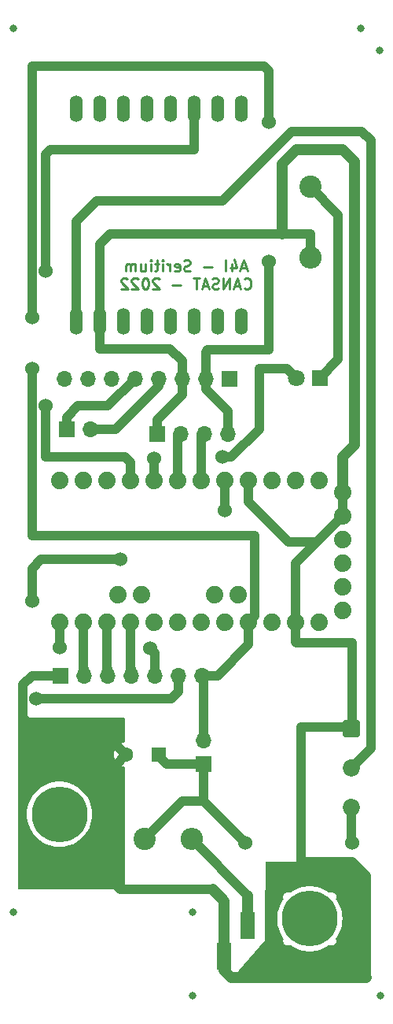
<source format=gbr>
%TF.GenerationSoftware,KiCad,Pcbnew,6.0.4-6f826c9f35~116~ubuntu20.04.1*%
%TF.CreationDate,2022-04-02T12:26:26+02:00*%
%TF.ProjectId,placaCANSAT_V3_GIRADA,706c6163-6143-4414-9e53-41545f56335f,rev?*%
%TF.SameCoordinates,Original*%
%TF.FileFunction,Copper,L2,Bot*%
%TF.FilePolarity,Positive*%
%FSLAX46Y46*%
G04 Gerber Fmt 4.6, Leading zero omitted, Abs format (unit mm)*
G04 Created by KiCad (PCBNEW 6.0.4-6f826c9f35~116~ubuntu20.04.1) date 2022-04-02 12:26:26*
%MOMM*%
%LPD*%
G01*
G04 APERTURE LIST*
G04 Aperture macros list*
%AMRoundRect*
0 Rectangle with rounded corners*
0 $1 Rounding radius*
0 $2 $3 $4 $5 $6 $7 $8 $9 X,Y pos of 4 corners*
0 Add a 4 corners polygon primitive as box body*
4,1,4,$2,$3,$4,$5,$6,$7,$8,$9,$2,$3,0*
0 Add four circle primitives for the rounded corners*
1,1,$1+$1,$2,$3*
1,1,$1+$1,$4,$5*
1,1,$1+$1,$6,$7*
1,1,$1+$1,$8,$9*
0 Add four rect primitives between the rounded corners*
20,1,$1+$1,$2,$3,$4,$5,0*
20,1,$1+$1,$4,$5,$6,$7,0*
20,1,$1+$1,$6,$7,$8,$9,0*
20,1,$1+$1,$8,$9,$2,$3,0*%
G04 Aperture macros list end*
%ADD10C,0.250000*%
%TA.AperFunction,NonConductor*%
%ADD11C,0.250000*%
%TD*%
%TA.AperFunction,ComponentPad*%
%ADD12R,1.800000X1.800000*%
%TD*%
%TA.AperFunction,ComponentPad*%
%ADD13C,1.800000*%
%TD*%
%TA.AperFunction,ComponentPad*%
%ADD14R,1.700000X1.700000*%
%TD*%
%TA.AperFunction,ComponentPad*%
%ADD15O,1.700000X1.700000*%
%TD*%
%TA.AperFunction,ComponentPad*%
%ADD16O,1.422400X2.844800*%
%TD*%
%TA.AperFunction,ComponentPad*%
%ADD17C,2.400000*%
%TD*%
%TA.AperFunction,ComponentPad*%
%ADD18O,2.400000X2.400000*%
%TD*%
%TA.AperFunction,ComponentPad*%
%ADD19R,1.600000X1.600000*%
%TD*%
%TA.AperFunction,ComponentPad*%
%ADD20C,1.600000*%
%TD*%
%TA.AperFunction,SMDPad,CuDef*%
%ADD21R,1.500000X3.000000*%
%TD*%
%TA.AperFunction,ComponentPad*%
%ADD22C,1.879600*%
%TD*%
%TA.AperFunction,ComponentPad*%
%ADD23RoundRect,0.250000X-0.675000X0.675000X-0.675000X-0.675000X0.675000X-0.675000X0.675000X0.675000X0*%
%TD*%
%TA.AperFunction,ComponentPad*%
%ADD24C,1.850000*%
%TD*%
%TA.AperFunction,ViaPad*%
%ADD25C,0.800000*%
%TD*%
%TA.AperFunction,ViaPad*%
%ADD26C,6.000000*%
%TD*%
%TA.AperFunction,ViaPad*%
%ADD27C,1.524000*%
%TD*%
%TA.AperFunction,Conductor*%
%ADD28C,1.200000*%
%TD*%
%TA.AperFunction,Conductor*%
%ADD29C,1.000000*%
%TD*%
G04 APERTURE END LIST*
D10*
D11*
X25112866Y-25765657D02*
X24541438Y-25765657D01*
X25227152Y-26108514D02*
X24827152Y-24908514D01*
X24427152Y-26108514D01*
X23512866Y-25308514D02*
X23512866Y-26108514D01*
X23798581Y-24851371D02*
X24084295Y-25708514D01*
X23341438Y-25708514D01*
X22884295Y-26108514D02*
X22884295Y-24908514D01*
X21398581Y-25651371D02*
X20484295Y-25651371D01*
X19055723Y-26051371D02*
X18884295Y-26108514D01*
X18598581Y-26108514D01*
X18484295Y-26051371D01*
X18427152Y-25994228D01*
X18370009Y-25879942D01*
X18370009Y-25765657D01*
X18427152Y-25651371D01*
X18484295Y-25594228D01*
X18598581Y-25537085D01*
X18827152Y-25479942D01*
X18941438Y-25422799D01*
X18998581Y-25365657D01*
X19055723Y-25251371D01*
X19055723Y-25137085D01*
X18998581Y-25022799D01*
X18941438Y-24965657D01*
X18827152Y-24908514D01*
X18541438Y-24908514D01*
X18370009Y-24965657D01*
X17398581Y-26051371D02*
X17512866Y-26108514D01*
X17741438Y-26108514D01*
X17855723Y-26051371D01*
X17912866Y-25937085D01*
X17912866Y-25479942D01*
X17855723Y-25365657D01*
X17741438Y-25308514D01*
X17512866Y-25308514D01*
X17398581Y-25365657D01*
X17341438Y-25479942D01*
X17341438Y-25594228D01*
X17912866Y-25708514D01*
X16827152Y-26108514D02*
X16827152Y-25308514D01*
X16827152Y-25537085D02*
X16770009Y-25422799D01*
X16712866Y-25365657D01*
X16598581Y-25308514D01*
X16484295Y-25308514D01*
X16084295Y-26108514D02*
X16084295Y-25308514D01*
X16084295Y-24908514D02*
X16141438Y-24965657D01*
X16084295Y-25022799D01*
X16027152Y-24965657D01*
X16084295Y-24908514D01*
X16084295Y-25022799D01*
X15684295Y-25308514D02*
X15227152Y-25308514D01*
X15512866Y-24908514D02*
X15512866Y-25937085D01*
X15455723Y-26051371D01*
X15341438Y-26108514D01*
X15227152Y-26108514D01*
X14827152Y-26108514D02*
X14827152Y-25308514D01*
X14827152Y-24908514D02*
X14884295Y-24965657D01*
X14827152Y-25022799D01*
X14770009Y-24965657D01*
X14827152Y-24908514D01*
X14827152Y-25022799D01*
X13741438Y-25308514D02*
X13741438Y-26108514D01*
X14255723Y-25308514D02*
X14255723Y-25937085D01*
X14198581Y-26051371D01*
X14084295Y-26108514D01*
X13912866Y-26108514D01*
X13798581Y-26051371D01*
X13741438Y-25994228D01*
X13170009Y-26108514D02*
X13170009Y-25308514D01*
X13170009Y-25422799D02*
X13112866Y-25365657D01*
X12998581Y-25308514D01*
X12827152Y-25308514D01*
X12712866Y-25365657D01*
X12655723Y-25479942D01*
X12655723Y-26108514D01*
X12655723Y-25479942D02*
X12598581Y-25365657D01*
X12484295Y-25308514D01*
X12312866Y-25308514D01*
X12198581Y-25365657D01*
X12141438Y-25479942D01*
X12141438Y-26108514D01*
X24855723Y-27926228D02*
X24912866Y-27983371D01*
X25084295Y-28040514D01*
X25198581Y-28040514D01*
X25370009Y-27983371D01*
X25484295Y-27869085D01*
X25541438Y-27754799D01*
X25598581Y-27526228D01*
X25598581Y-27354799D01*
X25541438Y-27126228D01*
X25484295Y-27011942D01*
X25370009Y-26897657D01*
X25198581Y-26840514D01*
X25084295Y-26840514D01*
X24912866Y-26897657D01*
X24855723Y-26954799D01*
X24398581Y-27697657D02*
X23827152Y-27697657D01*
X24512866Y-28040514D02*
X24112866Y-26840514D01*
X23712866Y-28040514D01*
X23312866Y-28040514D02*
X23312866Y-26840514D01*
X22627152Y-28040514D01*
X22627152Y-26840514D01*
X22112866Y-27983371D02*
X21941438Y-28040514D01*
X21655723Y-28040514D01*
X21541438Y-27983371D01*
X21484295Y-27926228D01*
X21427152Y-27811942D01*
X21427152Y-27697657D01*
X21484295Y-27583371D01*
X21541438Y-27526228D01*
X21655723Y-27469085D01*
X21884295Y-27411942D01*
X21998581Y-27354799D01*
X22055723Y-27297657D01*
X22112866Y-27183371D01*
X22112866Y-27069085D01*
X22055723Y-26954799D01*
X21998581Y-26897657D01*
X21884295Y-26840514D01*
X21598581Y-26840514D01*
X21427152Y-26897657D01*
X20970009Y-27697657D02*
X20398581Y-27697657D01*
X21084295Y-28040514D02*
X20684295Y-26840514D01*
X20284295Y-28040514D01*
X20055723Y-26840514D02*
X19370009Y-26840514D01*
X19712866Y-28040514D02*
X19712866Y-26840514D01*
X18055723Y-27583371D02*
X17141438Y-27583371D01*
X15712866Y-26954799D02*
X15655723Y-26897657D01*
X15541438Y-26840514D01*
X15255723Y-26840514D01*
X15141438Y-26897657D01*
X15084295Y-26954799D01*
X15027152Y-27069085D01*
X15027152Y-27183371D01*
X15084295Y-27354799D01*
X15770009Y-28040514D01*
X15027152Y-28040514D01*
X14284295Y-26840514D02*
X14170009Y-26840514D01*
X14055723Y-26897657D01*
X13998581Y-26954799D01*
X13941438Y-27069085D01*
X13884295Y-27297657D01*
X13884295Y-27583371D01*
X13941438Y-27811942D01*
X13998581Y-27926228D01*
X14055723Y-27983371D01*
X14170009Y-28040514D01*
X14284295Y-28040514D01*
X14398581Y-27983371D01*
X14455723Y-27926228D01*
X14512866Y-27811942D01*
X14570009Y-27583371D01*
X14570009Y-27297657D01*
X14512866Y-27069085D01*
X14455723Y-26954799D01*
X14398581Y-26897657D01*
X14284295Y-26840514D01*
X13427152Y-26954799D02*
X13370009Y-26897657D01*
X13255723Y-26840514D01*
X12970009Y-26840514D01*
X12855723Y-26897657D01*
X12798581Y-26954799D01*
X12741438Y-27069085D01*
X12741438Y-27183371D01*
X12798581Y-27354799D01*
X13484295Y-28040514D01*
X12741438Y-28040514D01*
X12284295Y-26954799D02*
X12227152Y-26897657D01*
X12112866Y-26840514D01*
X11827152Y-26840514D01*
X11712866Y-26897657D01*
X11655723Y-26954799D01*
X11598581Y-27069085D01*
X11598581Y-27183371D01*
X11655723Y-27354799D01*
X12341438Y-28040514D01*
X11598581Y-28040514D01*
D12*
%TO.P,D1,1,K*%
%TO.N,Net-(D1-Pad1)*%
X32997312Y-37568536D03*
D13*
%TO.P,D1,2,A*%
%TO.N,/LED*%
X30457312Y-37568536D03*
%TD*%
D14*
%TO.P,JP1,1,A*%
%TO.N,Net-(C1-Pad1)*%
X20497312Y-79068536D03*
D15*
%TO.P,JP1,2,B*%
%TO.N,3.3V*%
X20497312Y-76528536D03*
%TD*%
D16*
%TO.P,U2,P$1,5V*%
%TO.N,5V*%
X6816333Y-31528711D03*
%TO.P,U2,P$2,GND*%
%TO.N,GND*%
X9356333Y-31528711D03*
%TO.P,U2,P$3,IO12*%
%TO.N,unconnected-(U2-PadP$3)*%
X11896333Y-31528711D03*
%TO.P,U2,P$4,IO13*%
%TO.N,unconnected-(U2-PadP$4)*%
X14436333Y-31528711D03*
%TO.P,U2,P$5,IO15*%
%TO.N,unconnected-(U2-PadP$5)*%
X16976333Y-31528711D03*
%TO.P,U2,P$6,IO14*%
%TO.N,unconnected-(U2-PadP$6)*%
X19516333Y-31528711D03*
%TO.P,U2,P$7,IO2*%
%TO.N,unconnected-(U2-PadP$7)*%
X22056333Y-31528711D03*
%TO.P,U2,P$8,IO4*%
%TO.N,unconnected-(U2-PadP$8)*%
X24596333Y-31528711D03*
%TO.P,U2,P$9,.GND*%
%TO.N,unconnected-(U2-PadP$9)*%
X24596333Y-8668711D03*
%TO.P,U2,P$10,IO1/U0T*%
%TO.N,unconnected-(U2-PadP$10)*%
X22056333Y-8668711D03*
%TO.P,U2,P$11,IO3/U0R*%
%TO.N,/CAMARA*%
X19516333Y-8668711D03*
%TO.P,U2,P$12,3V3.*%
%TO.N,unconnected-(U2-PadP$12)*%
X16976333Y-8668711D03*
%TO.P,U2,P$13,GND.*%
%TO.N,unconnected-(U2-PadP$13)*%
X14436333Y-8668711D03*
%TO.P,U2,P$14,IO0*%
%TO.N,unconnected-(U2-PadP$14)*%
X11896333Y-8668711D03*
%TO.P,U2,P$15,IO16*%
%TO.N,unconnected-(U2-PadP$15)*%
X9356333Y-8668711D03*
%TO.P,U2,P$16,3V3*%
%TO.N,unconnected-(U2-PadP$16)*%
X6816333Y-8668711D03*
%TD*%
D17*
%TO.P,R1,1*%
%TO.N,Net-(D1-Pad1)*%
X31997312Y-17053536D03*
D18*
%TO.P,R1,2*%
%TO.N,GND*%
X31997312Y-24673536D03*
%TD*%
D14*
%TO.P,J4,1,Pin_1*%
%TO.N,/SDA_ACE*%
X5722312Y-43068536D03*
D15*
%TO.P,J4,2,Pin_2*%
%TO.N,/SCL_ACE*%
X8262312Y-43068536D03*
%TD*%
D19*
%TO.P,C1,1*%
%TO.N,Net-(C1-Pad1)*%
X15649963Y-78068536D03*
D20*
%TO.P,C1,2*%
%TO.N,GND*%
X12149963Y-78068536D03*
%TD*%
D17*
%TO.P,SW1,1,A*%
%TO.N,Net-(C1-Pad1)*%
X14130964Y-87138414D03*
D18*
%TO.P,SW1,2,B*%
%TO.N,3.7V*%
X19210964Y-87138414D03*
%TD*%
D21*
%TO.P,BAT1,1,+*%
%TO.N,3.7V*%
X25267312Y-96413536D03*
%TO.P,BAT1,2,-*%
%TO.N,GND*%
X22727312Y-99723536D03*
%TD*%
D14*
%TO.P,J2,1,Pin_1*%
%TO.N,GND*%
X5054836Y-69568536D03*
D15*
%TO.P,J2,2,Pin_2*%
%TO.N,/MOSI*%
X7594836Y-69568536D03*
%TO.P,J2,3,Pin_3*%
%TO.N,/MISO*%
X10134836Y-69568536D03*
%TO.P,J2,4,Pin_4*%
%TO.N,/SCK*%
X12674836Y-69568536D03*
%TO.P,J2,5,Pin_5*%
%TO.N,NSS*%
X15214836Y-69568536D03*
%TO.P,J2,6,Pin_6*%
%TO.N,DIO0*%
X17754836Y-69568536D03*
%TO.P,J2,7,Pin_7*%
%TO.N,3.3V*%
X20294836Y-69568536D03*
%TD*%
D14*
%TO.P,ACELEROMETRO,1,VCCIN*%
%TO.N,unconnected-(U3-Pad1)*%
X23262422Y-37649369D03*
D15*
%TO.P,ACELEROMETRO,2,3.3V*%
%TO.N,3.3V*%
X20722422Y-37649369D03*
%TO.P,ACELEROMETRO,3,GND*%
%TO.N,GND*%
X18182422Y-37649369D03*
%TO.P,ACELEROMETRO,4,SCL*%
%TO.N,/SCL_ACE*%
X15642422Y-37649369D03*
%TO.P,ACELEROMETRO,5,SDA*%
%TO.N,/SDA_ACE*%
X13102422Y-37649369D03*
%TO.P,ACELEROMETRO,6,FSYNC*%
%TO.N,unconnected-(U3-Pad6)*%
X10562422Y-37649369D03*
%TO.P,ACELEROMETRO,7,INTA*%
%TO.N,unconnected-(U3-Pad7)*%
X8022422Y-37649369D03*
%TO.P,ACELEROMETRO,8,DRDY*%
%TO.N,unconnected-(U3-Pad8)*%
X5482422Y-37649369D03*
%TD*%
D14*
%TO.P,GPS,1,GND*%
%TO.N,GND*%
X15457312Y-43568536D03*
D15*
%TO.P,GPS,2,TX*%
%TO.N,/GPS_TX*%
X17997312Y-43568536D03*
%TO.P,GPS,3,RX*%
%TO.N,/GPS_RX*%
X20537312Y-43568536D03*
%TO.P,GPS,4,VCC*%
%TO.N,3.3V*%
X23077312Y-43568536D03*
%TD*%
D22*
%TO.P,Arduino pro Mini,JP1_1,DTR*%
%TO.N,unconnected-(U1-PadJP1_1)*%
X35482715Y-62572655D03*
%TO.P,Arduino pro Mini,JP1_2,TXO*%
%TO.N,unconnected-(U1-PadJP1_2)*%
X35482715Y-60032655D03*
%TO.P,Arduino pro Mini,JP1_3,RXI*%
%TO.N,unconnected-(U1-PadJP1_3)*%
X35482715Y-57492655D03*
%TO.P,Arduino pro Mini,JP1_4,VCC*%
%TO.N,unconnected-(U1-PadJP1_4)*%
X35482715Y-54952655D03*
%TO.P,Arduino pro Mini,JP1_5,GND*%
%TO.N,GND*%
X35482715Y-52412655D03*
%TO.P,Arduino pro Mini,JP1_6,GND*%
X35482715Y-49872655D03*
%TO.P,Arduino pro Mini,JP2_1,A4*%
%TO.N,unconnected-(U1-PadJP2_1)*%
X21639715Y-60921655D03*
%TO.P,Arduino pro Mini,JP2_2,A5*%
%TO.N,unconnected-(U1-PadJP2_2)*%
X24179715Y-60921655D03*
%TO.P,Arduino pro Mini,JP3_1,A6*%
%TO.N,unconnected-(U1-PadJP3_1)*%
X11225715Y-60921655D03*
%TO.P,Arduino pro Mini,JP3_2,A7*%
%TO.N,unconnected-(U1-PadJP3_2)*%
X13765715Y-60921655D03*
%TO.P,Arduino pro Mini,JP6_1,RAW*%
%TO.N,unconnected-(U1-PadJP6_1)*%
X32942715Y-63842655D03*
%TO.P,Arduino pro Mini,JP6_2,GND_1*%
%TO.N,GND*%
X30402715Y-63842655D03*
%TO.P,Arduino pro Mini,JP6_3,RST_1*%
%TO.N,unconnected-(U1-PadJP6_3)*%
X27862715Y-63842655D03*
%TO.P,Arduino pro Mini,JP6_4,VCC_1*%
%TO.N,3.3V*%
X25322715Y-63842655D03*
%TO.P,Arduino pro Mini,JP6_5,A3*%
%TO.N,unconnected-(U1-PadJP6_5)*%
X22782715Y-63842655D03*
%TO.P,Arduino pro Mini,JP6_6,A2*%
%TO.N,unconnected-(U1-PadJP6_6)*%
X20242715Y-63842655D03*
%TO.P,Arduino pro Mini,JP6_7,A1*%
%TO.N,unconnected-(U1-PadJP6_7)*%
X17702715Y-63842655D03*
%TO.P,Arduino pro Mini,JP6_8,A0*%
%TO.N,unconnected-(U1-PadJP6_8)*%
X15162715Y-63842655D03*
%TO.P,Arduino pro Mini,JP6_9,SCK*%
%TO.N,/SCK*%
X12622715Y-63842655D03*
%TO.P,Arduino pro Mini,JP6_10,MISO*%
%TO.N,/MISO*%
X10082715Y-63842655D03*
%TO.P,Arduino pro Mini,JP6_11,MOSI*%
%TO.N,/MOSI*%
X7542715Y-63842655D03*
%TO.P,Arduino pro Mini,JP6_12,D10*%
%TO.N,NSS*%
X5002715Y-63842655D03*
%TO.P,Arduino pro Mini,JP7_1,D9*%
%TO.N,unconnected-(U1-PadJP7_1)*%
X5002715Y-48602655D03*
%TO.P,Arduino pro Mini,JP7_2,D8*%
%TO.N,unconnected-(U1-PadJP7_2)*%
X7542715Y-48602655D03*
%TO.P,Arduino pro Mini,JP7_3,D7*%
%TO.N,unconnected-(U1-PadJP7_3)*%
X10082715Y-48602655D03*
%TO.P,Arduino pro Mini,JP7_4,D6*%
%TO.N,/CAMARA*%
X12622715Y-48602655D03*
%TO.P,Arduino pro Mini,JP7_5,D5*%
%TO.N,/LED*%
X15162715Y-48602655D03*
%TO.P,Arduino pro Mini,JP7_6,D4*%
%TO.N,/GPS_TX*%
X17702715Y-48602655D03*
%TO.P,Arduino pro Mini,JP7_7,D3*%
%TO.N,/GPS_RX*%
X20242715Y-48602655D03*
%TO.P,Arduino pro Mini,JP7_8,D2*%
%TO.N,DIO0*%
X22782715Y-48602655D03*
%TO.P,Arduino pro Mini,JP7_9,GND_2*%
%TO.N,GND*%
X25322715Y-48602655D03*
%TO.P,Arduino pro Mini,JP7_10,RST_2*%
%TO.N,unconnected-(U1-PadJP7_10)*%
X27862715Y-48602655D03*
%TO.P,Arduino pro Mini,JP7_11,RXI_2*%
%TO.N,unconnected-(U1-PadJP7_11)*%
X30402715Y-48602655D03*
%TO.P,Arduino pro Mini,JP7_12,TXO_2*%
%TO.N,unconnected-(U1-PadJP7_12)*%
X32942715Y-48602655D03*
%TD*%
D23*
%TO.P,Carg1,1,Pin_1*%
%TO.N,GND*%
X36406146Y-75315160D03*
D24*
%TO.P,Carg1,2,Pin_2*%
%TO.N,5V*%
X36406146Y-79515160D03*
%TO.P,Carg1,3,Pin_3*%
%TO.N,Net-(C1-Pad1)*%
X36406146Y-83715160D03*
%TD*%
D25*
%TO.N,*%
X39499861Y-2417029D03*
X-15741Y-95007090D03*
X19329009Y-94958864D03*
X19342405Y-104001365D03*
X37457312Y31464D03*
X39515046Y-103974573D03*
D26*
X31927312Y-95718536D03*
X4967312Y-84468536D03*
D25*
X-25808Y31464D03*
D27*
%TO.N,Net-(C1-Pad1)*%
X36497312Y-87568536D03*
X24997312Y-87568536D03*
%TO.N,/LED*%
X15162715Y-46233939D03*
X22497312Y-46068536D03*
%TO.N,/CAMARA*%
X3497312Y-40568536D03*
X3497312Y-26068536D03*
%TO.N,3.3V*%
X1997312Y-36568536D03*
X27497312Y-10068536D03*
X27497312Y-25068536D03*
X1997312Y-31068536D03*
%TO.N,NSS*%
X5002715Y-66563133D03*
X14716070Y-66613611D03*
%TO.N,DIO0*%
X11497312Y-57068536D03*
X2497312Y-72068536D03*
X22782715Y-51783133D03*
X1997312Y-61568536D03*
%TD*%
D28*
%TO.N,GND*%
X21497312Y-92568536D02*
X22727312Y-93798536D01*
X22727312Y-93798536D02*
X22727312Y-99723536D01*
D29*
%TO.N,Net-(C1-Pad1)*%
X20497312Y-79068536D02*
X20497312Y-83068536D01*
X15649963Y-78068536D02*
X15649963Y-78221187D01*
X14130964Y-87138414D02*
X18200842Y-83068536D01*
X36406146Y-83715160D02*
X36406146Y-87477370D01*
X15649963Y-78221187D02*
X16497312Y-79068536D01*
X20497312Y-83068536D02*
X24997312Y-87568536D01*
X16497312Y-79068536D02*
X20497312Y-79068536D01*
X18200842Y-83068536D02*
X20497312Y-83068536D01*
X36406146Y-87477370D02*
X36497312Y-87568536D01*
%TO.N,3.7V*%
X25267312Y-93194762D02*
X19210964Y-87138414D01*
D28*
X25267312Y-96413536D02*
X25267312Y-93194762D01*
D29*
%TO.N,Net-(D1-Pad1)*%
X34997312Y-35568536D02*
X34997312Y-20053536D01*
X32997312Y-37568536D02*
X34997312Y-35568536D01*
X34997312Y-20053536D02*
X31997312Y-17053536D01*
%TO.N,GND*%
X30402715Y-57492655D02*
X32662073Y-55233297D01*
X997312Y-74068536D02*
X997312Y-70568536D01*
X18182422Y-37649369D02*
X18182422Y-39383426D01*
D28*
X30497312Y-13068536D02*
X28997312Y-14568536D01*
D29*
X10432312Y-22133536D02*
X29062312Y-22133536D01*
X36406146Y-75315160D02*
X36159522Y-75068536D01*
X32662073Y-55233297D02*
X35482715Y-52412655D01*
D28*
X36731146Y-14302370D02*
X35497312Y-13068536D01*
D29*
X9356333Y-34427557D02*
X9356333Y-31528711D01*
X1497312Y-74568536D02*
X997312Y-74068536D01*
X25322715Y-48602655D02*
X25322715Y-50893939D01*
D28*
X23497312Y-102068536D02*
X37997312Y-102068536D01*
D29*
X36497312Y-89568536D02*
X30997312Y-89568536D01*
X30402715Y-63842655D02*
X30402715Y-65973939D01*
X18182422Y-39383426D02*
X15457312Y-42108536D01*
X9356333Y-23209515D02*
X10432312Y-22133536D01*
D28*
X22727312Y-101298536D02*
X23497312Y-102068536D01*
D29*
X29062312Y-22133536D02*
X31997312Y-22133536D01*
X11497312Y-92568536D02*
X10997312Y-92068536D01*
X30497312Y-66068536D02*
X36497312Y-66068536D01*
X37997312Y-91068536D02*
X36497312Y-89568536D01*
X1997312Y-69568536D02*
X5054836Y-69568536D01*
X29662073Y-55233297D02*
X32662073Y-55233297D01*
X15457312Y-42108536D02*
X15457312Y-43568536D01*
X30997312Y-89568536D02*
X30997312Y-75068536D01*
X28997312Y-22068536D02*
X29062312Y-22133536D01*
X36159522Y-75068536D02*
X30997312Y-75068536D01*
X37997312Y-102068536D02*
X37997312Y-91068536D01*
X21497312Y-92568536D02*
X11497312Y-92568536D01*
X10997312Y-79221187D02*
X12149963Y-78068536D01*
X18182422Y-37649369D02*
X18182422Y-35753646D01*
D28*
X28997312Y-19133536D02*
X28997312Y-22068536D01*
D29*
X10997312Y-92068536D02*
X10997312Y-79221187D01*
X18182422Y-35753646D02*
X16856333Y-34427557D01*
X35482715Y-49872655D02*
X35482715Y-52412655D01*
X997312Y-70568536D02*
X1997312Y-69568536D01*
D28*
X35482715Y-46083133D02*
X36731146Y-44834702D01*
D29*
X9356333Y-31528711D02*
X9356333Y-23209515D01*
D28*
X28997312Y-14568536D02*
X28997312Y-19133536D01*
D29*
X16856333Y-34427557D02*
X9356333Y-34427557D01*
X36497312Y-66068536D02*
X36497312Y-75223994D01*
X12149963Y-78068536D02*
X8649963Y-74568536D01*
D28*
X35497312Y-13068536D02*
X30497312Y-13068536D01*
D29*
X36497312Y-75223994D02*
X36406146Y-75315160D01*
X30402715Y-63842655D02*
X30402715Y-57492655D01*
X30402715Y-65973939D02*
X30497312Y-66068536D01*
X8649963Y-74568536D02*
X1497312Y-74568536D01*
X25322715Y-50893939D02*
X29662073Y-55233297D01*
D28*
X36731146Y-44834702D02*
X36731146Y-14302370D01*
X35482715Y-49872655D02*
X35482715Y-46083133D01*
D29*
X31997312Y-24673536D02*
X31997312Y-22133536D01*
%TO.N,/LED*%
X15162715Y-48602655D02*
X15162715Y-46233939D01*
X26497312Y-43068536D02*
X26497312Y-36568536D01*
X30457312Y-37568536D02*
X29457312Y-36568536D01*
X23497312Y-46068536D02*
X26497312Y-43068536D01*
X29457312Y-36568536D02*
X26497312Y-36568536D01*
X22497312Y-46068536D02*
X23497312Y-46068536D01*
%TO.N,5V*%
X29997312Y-11068536D02*
X37497312Y-11068536D01*
X38497312Y-77423994D02*
X36406146Y-79515160D01*
X38497312Y-12068536D02*
X38497312Y-77423994D01*
X8997312Y-18568536D02*
X22497312Y-18568536D01*
X37497312Y-11068536D02*
X38497312Y-12068536D01*
X22497312Y-18568536D02*
X29997312Y-11068536D01*
X6816333Y-20749515D02*
X8997312Y-18568536D01*
X6816333Y-31528711D02*
X6816333Y-20749515D01*
%TO.N,/CAMARA*%
X11997312Y-46068536D02*
X3497312Y-46068536D01*
X19516333Y-8668711D02*
X19516333Y-9668711D01*
X3497312Y-13568536D02*
X3497312Y-26068536D01*
X19516333Y-9668711D02*
X19497312Y-9687732D01*
X3497312Y-46068536D02*
X3497312Y-40568536D01*
X19497312Y-13068536D02*
X3997312Y-13068536D01*
X19497312Y-9687732D02*
X19497312Y-13068536D01*
X12622715Y-48602655D02*
X12622715Y-46693939D01*
X12622715Y-46693939D02*
X11997312Y-46068536D01*
X3997312Y-13068536D02*
X3497312Y-13568536D01*
%TO.N,3.3V*%
X20497312Y-69771012D02*
X20294836Y-69568536D01*
X1997312Y-54568536D02*
X1997312Y-36568536D01*
X20722422Y-37649369D02*
X20722422Y-34793646D01*
X27497312Y-34568536D02*
X27497312Y-25068536D01*
X20497312Y-76528536D02*
X20497312Y-69771012D01*
X26997312Y-4068536D02*
X27497312Y-4568536D01*
X20947532Y-34568536D02*
X27497312Y-34568536D01*
X23077312Y-43568536D02*
X23077312Y-41148536D01*
X1997312Y-4068536D02*
X26997312Y-4068536D01*
X25322715Y-63842655D02*
X25997312Y-63168058D01*
X20722422Y-38793646D02*
X20722422Y-37649369D01*
X25997312Y-63168058D02*
X25997312Y-54568536D01*
X20722422Y-34793646D02*
X20947532Y-34568536D01*
X27497312Y-4568536D02*
X27497312Y-10068536D01*
X21997312Y-69568536D02*
X25322715Y-66243133D01*
X20294836Y-69568536D02*
X21997312Y-69568536D01*
X1997312Y-31068536D02*
X1997312Y-4068536D01*
X23077312Y-41148536D02*
X20722422Y-38793646D01*
X25322715Y-66243133D02*
X25322715Y-63842655D01*
X25997312Y-54568536D02*
X1997312Y-54568536D01*
%TO.N,/MOSI*%
X7542715Y-63842655D02*
X7542715Y-68743819D01*
X7542715Y-68743819D02*
X7594836Y-68795940D01*
%TO.N,/MISO*%
X10082715Y-68743819D02*
X10134836Y-68795940D01*
X10082715Y-63842655D02*
X10082715Y-68743819D01*
%TO.N,/SCK*%
X12622715Y-68743819D02*
X12674836Y-68795940D01*
X12622715Y-63842655D02*
X12622715Y-68743819D01*
%TO.N,NSS*%
X15214836Y-67112377D02*
X14716070Y-66613611D01*
X5002715Y-63842655D02*
X5002715Y-66563133D01*
X15214836Y-69568536D02*
X15214836Y-67112377D01*
%TO.N,DIO0*%
X11497312Y-57068536D02*
X2997312Y-57068536D01*
X16997312Y-72068536D02*
X2497312Y-72068536D01*
X17754836Y-69568536D02*
X17754836Y-71311012D01*
X1997312Y-58068536D02*
X1997312Y-61568536D01*
X2997312Y-57068536D02*
X1997312Y-58068536D01*
X22782715Y-48602655D02*
X22782715Y-51783133D01*
X17754836Y-71311012D02*
X16997312Y-72068536D01*
%TO.N,/GPS_RX*%
X20242715Y-48602655D02*
X20242715Y-43863133D01*
X20242715Y-43863133D02*
X20537312Y-43568536D01*
%TO.N,/GPS_TX*%
X17702715Y-43863133D02*
X17997312Y-43568536D01*
X17702715Y-48602655D02*
X17702715Y-43863133D01*
%TO.N,/SCL_ACE*%
X15642422Y-37649369D02*
X15642422Y-38423426D01*
X15642422Y-38423426D02*
X10997312Y-43068536D01*
X10997312Y-43068536D02*
X8262312Y-43068536D01*
%TO.N,/SDA_ACE*%
X6947312Y-40568536D02*
X10183255Y-40568536D01*
X13102422Y-37649369D02*
X10183255Y-40568536D01*
X5722312Y-41793536D02*
X6947312Y-40568536D01*
X5722312Y-43068536D02*
X5722312Y-41793536D01*
%TD*%
%TA.AperFunction,Conductor*%
%TO.N,GND*%
G36*
X36445219Y-89568468D02*
G01*
X36513312Y-89588559D01*
X36534149Y-89605373D01*
X37960407Y-91031631D01*
X37994433Y-91093943D01*
X37997312Y-91120726D01*
X37997312Y-101943203D01*
X37977310Y-102011324D01*
X37923654Y-102057817D01*
X37871981Y-102069201D01*
X33684200Y-102091417D01*
X23779448Y-102143962D01*
X23711223Y-102124322D01*
X23664446Y-102070914D01*
X23653969Y-102000694D01*
X23684508Y-101934365D01*
X27100675Y-98082091D01*
X27100676Y-98082090D01*
X27112695Y-98068536D01*
X27118249Y-96801017D01*
X27122992Y-95718536D01*
X28413997Y-95718536D01*
X28433243Y-96085777D01*
X28490771Y-96448995D01*
X28585951Y-96804210D01*
X28717739Y-97147530D01*
X28884692Y-97475193D01*
X28886488Y-97477959D01*
X28886490Y-97477962D01*
X29083103Y-97780720D01*
X29103429Y-97848744D01*
X29095412Y-97893573D01*
X29068545Y-97965242D01*
X29057751Y-98110499D01*
X29088158Y-98252948D01*
X29092418Y-98260843D01*
X29092419Y-98260846D01*
X29101026Y-98276797D01*
X29157325Y-98381136D01*
X29207959Y-98432392D01*
X29253383Y-98478375D01*
X29253385Y-98478377D01*
X29259690Y-98484759D01*
X29267533Y-98489115D01*
X29267535Y-98489117D01*
X29377931Y-98550436D01*
X29387023Y-98555486D01*
X29443535Y-98568273D01*
X29520334Y-98585651D01*
X29520336Y-98585651D01*
X29529090Y-98587632D01*
X29581534Y-98584378D01*
X29665509Y-98579169D01*
X29665511Y-98579169D01*
X29674467Y-98578613D01*
X29753818Y-98549967D01*
X29824682Y-98545650D01*
X29865226Y-98562809D01*
X30167880Y-98759355D01*
X30167886Y-98759359D01*
X30170654Y-98761156D01*
X30173588Y-98762651D01*
X30173595Y-98762655D01*
X30495378Y-98926611D01*
X30498318Y-98928109D01*
X30841638Y-99059897D01*
X31196853Y-99155077D01*
X31389870Y-99185648D01*
X31556823Y-99212091D01*
X31556831Y-99212092D01*
X31560071Y-99212605D01*
X31927312Y-99231851D01*
X32294553Y-99212605D01*
X32297793Y-99212092D01*
X32297801Y-99212091D01*
X32464754Y-99185648D01*
X32657771Y-99155077D01*
X33012986Y-99059897D01*
X33356306Y-98928109D01*
X33359246Y-98926611D01*
X33681029Y-98762655D01*
X33681036Y-98762651D01*
X33683970Y-98761156D01*
X33686738Y-98759359D01*
X33686744Y-98759355D01*
X33989495Y-98562746D01*
X34057520Y-98542419D01*
X34102349Y-98550436D01*
X34135355Y-98562809D01*
X34174018Y-98577303D01*
X34182964Y-98577968D01*
X34182965Y-98577968D01*
X34267362Y-98584239D01*
X34319275Y-98588097D01*
X34328049Y-98586224D01*
X34328051Y-98586224D01*
X34452947Y-98559564D01*
X34452950Y-98559563D01*
X34461724Y-98557690D01*
X34469619Y-98553430D01*
X34469622Y-98553429D01*
X34582015Y-98492784D01*
X34589912Y-98488523D01*
X34664054Y-98415281D01*
X34687151Y-98392465D01*
X34687153Y-98392463D01*
X34693535Y-98386158D01*
X34697891Y-98378315D01*
X34697893Y-98378313D01*
X34759902Y-98266675D01*
X34759903Y-98266673D01*
X34764262Y-98258825D01*
X34796408Y-98116758D01*
X34787389Y-97971381D01*
X34758743Y-97892030D01*
X34754426Y-97821166D01*
X34771584Y-97780623D01*
X34968134Y-97477962D01*
X34968136Y-97477959D01*
X34969932Y-97475193D01*
X35136885Y-97147530D01*
X35268673Y-96804210D01*
X35363853Y-96448995D01*
X35421381Y-96085777D01*
X35440627Y-95718536D01*
X35421381Y-95351295D01*
X35363853Y-94988077D01*
X35268673Y-94632862D01*
X35136885Y-94289542D01*
X34969932Y-93961879D01*
X34771521Y-93656351D01*
X34751195Y-93588328D01*
X34759212Y-93543499D01*
X34782929Y-93480233D01*
X34782929Y-93480232D01*
X34786079Y-93471830D01*
X34796873Y-93326573D01*
X34766466Y-93184124D01*
X34762206Y-93176229D01*
X34762205Y-93176226D01*
X34701560Y-93063833D01*
X34697299Y-93055936D01*
X34626430Y-92984196D01*
X34601241Y-92958697D01*
X34601239Y-92958695D01*
X34594934Y-92952313D01*
X34587091Y-92947957D01*
X34587089Y-92947955D01*
X34475451Y-92885946D01*
X34475449Y-92885945D01*
X34467601Y-92881586D01*
X34411089Y-92868799D01*
X34334290Y-92851421D01*
X34334288Y-92851421D01*
X34325534Y-92849440D01*
X34273090Y-92852694D01*
X34189115Y-92857903D01*
X34189113Y-92857903D01*
X34180157Y-92858459D01*
X34100806Y-92887105D01*
X34029942Y-92891422D01*
X33989398Y-92874263D01*
X33686744Y-92677717D01*
X33686738Y-92677713D01*
X33683970Y-92675916D01*
X33681036Y-92674421D01*
X33681029Y-92674417D01*
X33359246Y-92510461D01*
X33356306Y-92508963D01*
X33012986Y-92377175D01*
X32657771Y-92281995D01*
X32464754Y-92251424D01*
X32297801Y-92224981D01*
X32297793Y-92224980D01*
X32294553Y-92224467D01*
X31927312Y-92205221D01*
X31560071Y-92224467D01*
X31556831Y-92224980D01*
X31556823Y-92224981D01*
X31389870Y-92251424D01*
X31196853Y-92281995D01*
X30841638Y-92377175D01*
X30498318Y-92508963D01*
X30495378Y-92510461D01*
X30173596Y-92674417D01*
X30173589Y-92674421D01*
X30170655Y-92675916D01*
X30167889Y-92677712D01*
X30167886Y-92677714D01*
X30071237Y-92740478D01*
X29865127Y-92874327D01*
X29797104Y-92894653D01*
X29752275Y-92886636D01*
X29689009Y-92862919D01*
X29689008Y-92862919D01*
X29680606Y-92859769D01*
X29671660Y-92859104D01*
X29671659Y-92859104D01*
X29560554Y-92850848D01*
X29535349Y-92848975D01*
X29526575Y-92850848D01*
X29526573Y-92850848D01*
X29401677Y-92877508D01*
X29401674Y-92877509D01*
X29392900Y-92879382D01*
X29385005Y-92883642D01*
X29385002Y-92883643D01*
X29276722Y-92942069D01*
X29264712Y-92948549D01*
X29228627Y-92984196D01*
X29167473Y-93044607D01*
X29167471Y-93044609D01*
X29161089Y-93050914D01*
X29156733Y-93058757D01*
X29156731Y-93058759D01*
X29153913Y-93063833D01*
X29090362Y-93178247D01*
X29058216Y-93320314D01*
X29067235Y-93465691D01*
X29070282Y-93474131D01*
X29095881Y-93545041D01*
X29100198Y-93615906D01*
X29083041Y-93656447D01*
X28884692Y-93961879D01*
X28717739Y-94289542D01*
X28585951Y-94632862D01*
X28490771Y-94988077D01*
X28433243Y-95351295D01*
X28413997Y-95718536D01*
X27122992Y-95718536D01*
X27149443Y-89682008D01*
X27169744Y-89613975D01*
X27223602Y-89567718D01*
X27275605Y-89556560D01*
X36445219Y-89568468D01*
G37*
%TD.AperFunction*%
%TD*%
%TA.AperFunction,Conductor*%
%TO.N,GND*%
G36*
X11939433Y-74088538D02*
G01*
X11985926Y-74142194D01*
X11997312Y-74194536D01*
X11997312Y-76658614D01*
X11977310Y-76726735D01*
X11923654Y-76773228D01*
X11903923Y-76780321D01*
X11706202Y-76833300D01*
X11695910Y-76837046D01*
X11498452Y-76929122D01*
X11488957Y-76934605D01*
X11436915Y-76971045D01*
X11428539Y-76981524D01*
X11435607Y-76994970D01*
X11997312Y-77556675D01*
X11997312Y-78580397D01*
X11434886Y-79142823D01*
X11428456Y-79154598D01*
X11437752Y-79166613D01*
X11488957Y-79202467D01*
X11498452Y-79207950D01*
X11695910Y-79300026D01*
X11706202Y-79303772D01*
X11903923Y-79356751D01*
X11964546Y-79393703D01*
X11995567Y-79457563D01*
X11997312Y-79478458D01*
X11997312Y-92442536D01*
X11977310Y-92510657D01*
X11923654Y-92557150D01*
X11871312Y-92568536D01*
X623312Y-92568536D01*
X555191Y-92548534D01*
X508698Y-92494878D01*
X497312Y-92442536D01*
X497312Y-84468536D01*
X1453997Y-84468536D01*
X1473243Y-84835777D01*
X1530771Y-85198995D01*
X1625951Y-85554210D01*
X1757739Y-85897530D01*
X1759237Y-85900470D01*
X1883068Y-86143501D01*
X1924692Y-86225193D01*
X2124980Y-86533611D01*
X2356410Y-86819403D01*
X2616445Y-87079438D01*
X2902237Y-87310868D01*
X3210654Y-87511156D01*
X3213588Y-87512651D01*
X3213595Y-87512655D01*
X3535378Y-87676611D01*
X3538318Y-87678109D01*
X3881638Y-87809897D01*
X4236853Y-87905077D01*
X4429870Y-87935648D01*
X4596823Y-87962091D01*
X4596831Y-87962092D01*
X4600071Y-87962605D01*
X4967312Y-87981851D01*
X5334553Y-87962605D01*
X5337793Y-87962092D01*
X5337801Y-87962091D01*
X5504754Y-87935648D01*
X5697771Y-87905077D01*
X6052986Y-87809897D01*
X6396306Y-87678109D01*
X6399246Y-87676611D01*
X6721029Y-87512655D01*
X6721036Y-87512651D01*
X6723970Y-87511156D01*
X7032387Y-87310868D01*
X7318179Y-87079438D01*
X7578214Y-86819403D01*
X7809644Y-86533611D01*
X8009932Y-86225193D01*
X8051557Y-86143501D01*
X8175387Y-85900470D01*
X8176885Y-85897530D01*
X8308673Y-85554210D01*
X8403853Y-85198995D01*
X8461381Y-84835777D01*
X8480627Y-84468536D01*
X8461381Y-84101295D01*
X8403853Y-83738077D01*
X8308673Y-83382862D01*
X8176885Y-83039542D01*
X8009932Y-82711879D01*
X7809644Y-82403461D01*
X7578214Y-82117669D01*
X7318179Y-81857634D01*
X7032387Y-81626204D01*
X6723970Y-81425916D01*
X6721036Y-81424421D01*
X6721029Y-81424417D01*
X6399246Y-81260461D01*
X6396306Y-81258963D01*
X6052986Y-81127175D01*
X5697771Y-81031995D01*
X5504754Y-81001424D01*
X5337801Y-80974981D01*
X5337793Y-80974980D01*
X5334553Y-80974467D01*
X4967312Y-80955221D01*
X4600071Y-80974467D01*
X4596831Y-80974980D01*
X4596823Y-80974981D01*
X4429870Y-81001424D01*
X4236853Y-81031995D01*
X3881638Y-81127175D01*
X3538318Y-81258963D01*
X3535378Y-81260461D01*
X3213596Y-81424417D01*
X3213589Y-81424421D01*
X3210655Y-81425916D01*
X2902237Y-81626204D01*
X2616445Y-81857634D01*
X2356410Y-82117669D01*
X2124980Y-82403461D01*
X1924692Y-82711879D01*
X1757739Y-83039542D01*
X1625951Y-83382862D01*
X1530771Y-83738077D01*
X1473243Y-84101295D01*
X1453997Y-84468536D01*
X497312Y-84468536D01*
X497312Y-78074011D01*
X10837446Y-78074011D01*
X10856435Y-78291055D01*
X10858338Y-78301848D01*
X10914727Y-78512297D01*
X10918473Y-78522589D01*
X11010549Y-78720047D01*
X11016032Y-78729542D01*
X11052472Y-78781584D01*
X11062951Y-78789960D01*
X11076397Y-78782892D01*
X11777941Y-78081348D01*
X11785555Y-78067404D01*
X11785424Y-78065571D01*
X11781173Y-78058956D01*
X11075676Y-77353459D01*
X11063901Y-77347029D01*
X11051886Y-77356325D01*
X11016032Y-77407530D01*
X11010549Y-77417025D01*
X10918473Y-77614483D01*
X10914727Y-77624775D01*
X10858338Y-77835224D01*
X10856435Y-77846017D01*
X10837446Y-78063061D01*
X10837446Y-78074011D01*
X497312Y-78074011D01*
X497312Y-74194536D01*
X517314Y-74126415D01*
X570970Y-74079922D01*
X623312Y-74068536D01*
X11871312Y-74068536D01*
X11939433Y-74088538D01*
G37*
%TD.AperFunction*%
%TD*%
M02*

</source>
